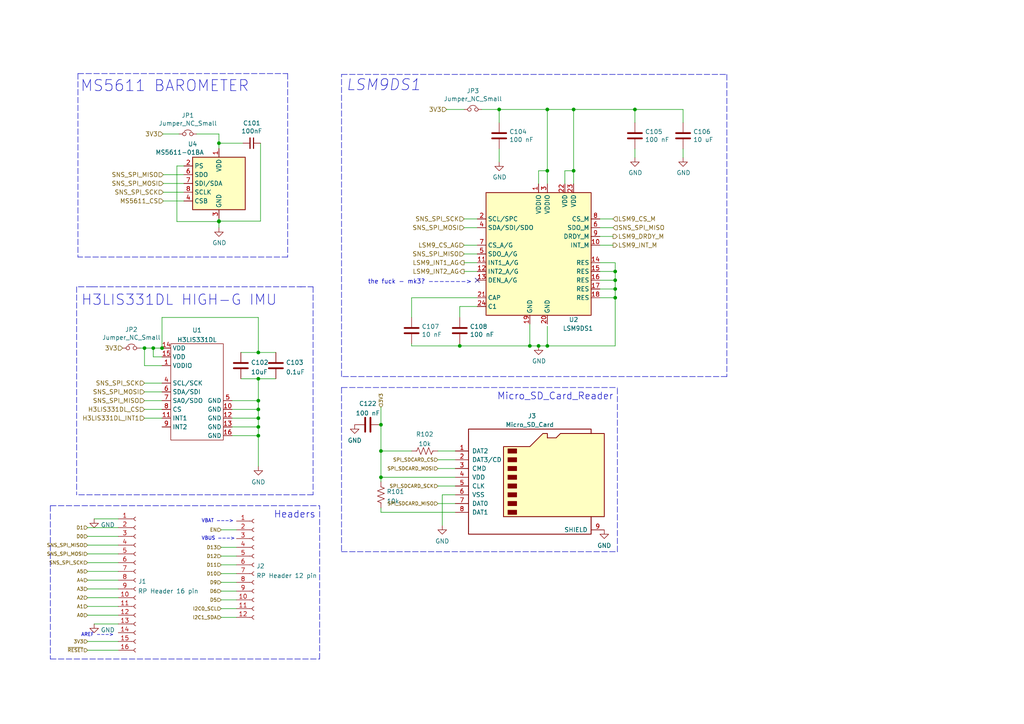
<source format=kicad_sch>
(kicad_sch (version 20211123) (generator eeschema)
  (paper "A4")
  (junction (at 424.18 16.51))
  (junction (at 144.78 31.75))
  (junction (at 74.93 121.285))
  (junction (at 110.49 130.81))
  (junction (at 110.49 138.43))
  (junction (at 419.1 16.51))
  (junction (at 153.67 100.33))
  (junction (at 478.79 66.675))
  (junction (at 589.28 41.275))
  (junction (at 490.22 47.625))
  (junction (at 433.07 64.135))
  (junction (at 480.06 59.055))
  (junction (at 351.79 38.1))
  (junction (at 571.5 18.415))
  (junction (at 166.37 31.75))
  (junction (at 457.2 60.96))
  (junction (at 469.9 59.055))
  (junction (at 485.14 108.585))
  (junction (at 110.49 123.19))
  (junction (at 589.28 31.115))
  (junction (at 459.74 47.625))
  (junction (at 372.11 21.59))
  (junction (at 156.21 100.33))
  (junction (at 74.93 102.235))
  (junction (at 500.38 47.625))
  (junction (at 184.15 31.75))
  (junction (at 480.06 47.625))
  (junction (at 74.93 118.745))
  (junction (at 178.435 81.28))
  (junction (at 133.35 100.33))
  (junction (at 407.67 175.26))
  (junction (at 74.93 126.365))
  (junction (at 457.2 52.705))
  (junction (at 453.39 64.135))
  (junction (at 158.75 100.33))
  (junction (at 433.705 196.85))
  (junction (at 158.75 49.53))
  (junction (at 457.2 64.135))
  (junction (at 372.11 18.415))
  (junction (at 457.2 47.625))
  (junction (at 351.79 43.815))
  (junction (at 424.18 57.785))
  (junction (at 41.91 100.965))
  (junction (at 469.9 47.625))
  (junction (at 178.435 78.74))
  (junction (at 63.5 41.529))
  (junction (at 178.435 86.36))
  (junction (at 433.705 175.26))
  (junction (at 429.26 146.685))
  (junction (at 44.45 100.965))
  (junction (at 349.25 111.125))
  (junction (at 424.18 67.945))
  (junction (at 509.905 47.625))
  (junction (at 619.76 18.415))
  (junction (at 459.74 26.035))
  (junction (at 158.75 31.75))
  (junction (at 490.22 59.055))
  (junction (at 63.5 64.262))
  (junction (at 412.115 32.385))
  (junction (at 74.93 109.855))
  (junction (at 424.18 38.1))
  (junction (at 500.38 59.055))
  (junction (at 518.795 59.055))
  (junction (at 74.93 116.205))
  (junction (at 509.905 59.055))
  (junction (at 166.37 49.53))
  (junction (at 46.99 100.965))
  (junction (at 63.5 64.135))
  (junction (at 178.435 83.82))
  (junction (at 74.93 123.825))
  (no_connect (at 138.43 81.28))
  (wire (pts (xy 156.21 49.53) (xy 156.21 53.34)))
  (polyline (pts (xy 83.439 74.549) (xy 22.606 74.549)))
  (wire (pts (xy 166.37 31.75) (xy 184.15 31.75)))
  (wire (pts (xy 384.81 33.655) (xy 398.78 33.655)))
  (wire (pts (xy 362.585 80.645) (xy 372.11 80.645)))
  (wire (pts (xy 457.2 24.13) (xy 457.2 26.035)))
  (wire (pts (xy 490.22 47.625) (xy 500.38 47.625)))
  (wire (pts (xy 518.795 55.245) (xy 518.795 59.055)))
  (wire (pts (xy 25.4 158.115) (xy 34.29 158.115)))
  (wire (pts (xy 499.11 21.59) (xy 499.11 29.21)))
  (wire (pts (xy 509.905 55.245) (xy 509.905 59.055)))
  (wire (pts (xy 500.38 59.055) (xy 509.905 59.055)))
  (wire (pts (xy 478.79 74.295) (xy 478.79 66.675)))
  (wire (pts (xy 53.34 48.133) (xy 51.308 48.133)))
  (wire (pts (xy 184.15 43.18) (xy 184.15 45.72)))
  (wire (pts (xy 372.11 76.835) (xy 349.25 76.835)))
  (wire (pts (xy 127 135.89) (xy 132.08 135.89)))
  (wire (pts (xy 74.93 116.205) (xy 74.93 118.745)))
  (wire (pts (xy 134.62 73.66) (xy 138.43 73.66)))
  (wire (pts (xy 41.91 121.285) (xy 46.99 121.285)))
  (wire (pts (xy 177.8 66.04) (xy 173.99 66.04)))
  (wire (pts (xy 509.905 47.625) (xy 518.795 47.625)))
  (wire (pts (xy 166.37 31.75) (xy 166.37 49.53)))
  (wire (pts (xy 474.98 108.585) (xy 485.14 108.585)))
  (wire (pts (xy 67.31 116.205) (xy 74.93 116.205)))
  (wire (pts (xy 67.31 118.745) (xy 74.93 118.745)))
  (wire (pts (xy 414.02 130.175) (xy 414.02 133.35)))
  (wire (pts (xy 53.34 55.753) (xy 47.371 55.753)))
  (wire (pts (xy 41.91 100.965) (xy 44.45 100.965)))
  (wire (pts (xy 424.18 57.785) (xy 424.18 67.945)))
  (polyline (pts (xy 14.605 191.135) (xy 92.71 191.135)))
  (wire (pts (xy 344.17 51.435) (xy 344.17 64.77)))
  (wire (pts (xy 363.22 118.745) (xy 372.11 118.745)))
  (wire (pts (xy 51.308 48.133) (xy 51.308 64.262)))
  (polyline (pts (xy 86.995 83.185) (xy 90.805 83.185)))
  (wire (pts (xy 128.27 143.51) (xy 132.08 143.51)))
  (wire (pts (xy 448.31 70.485) (xy 448.31 67.945)))
  (wire (pts (xy 53.34 53.213) (xy 47.371 53.213)))
  (wire (pts (xy 173.99 76.2) (xy 178.435 76.2)))
  (wire (pts (xy 474.98 74.295) (xy 478.79 74.295)))
  (wire (pts (xy 434.34 153.67) (xy 364.49 153.67)))
  (wire (pts (xy 178.435 78.74) (xy 178.435 81.28)))
  (wire (pts (xy 64.135 161.29) (xy 68.58 161.29)))
  (wire (pts (xy 41.91 106.045) (xy 41.91 100.965)))
  (wire (pts (xy 127 146.05) (xy 132.08 146.05)))
  (wire (pts (xy 419.1 16.51) (xy 412.115 16.51)))
  (wire (pts (xy 158.75 31.75) (xy 158.75 49.53)))
  (wire (pts (xy 110.49 138.43) (xy 110.49 130.81)))
  (polyline (pts (xy 90.805 143.51) (xy 22.225 143.51)))
  (wire (pts (xy 133.35 100.33) (xy 153.67 100.33)))
  (wire (pts (xy 426.085 175.26) (xy 433.705 175.26)))
  (wire (pts (xy 51.308 64.262) (xy 63.5 64.262)))
  (wire (pts (xy 384.81 31.115) (xy 408.94 31.115)))
  (wire (pts (xy 349.885 21.59) (xy 349.885 23.495)))
  (wire (pts (xy 429.26 130.175) (xy 429.26 146.685)))
  (wire (pts (xy 459.74 26.035) (xy 459.74 33.02)))
  (wire (pts (xy 364.49 153.67) (xy 364.49 57.785)))
  (wire (pts (xy 119.38 100.33) (xy 133.35 100.33)))
  (wire (pts (xy 127 140.97) (xy 132.08 140.97)))
  (wire (pts (xy 134.62 78.74) (xy 138.43 78.74)))
  (wire (pts (xy 173.99 81.28) (xy 178.435 81.28)))
  (wire (pts (xy 589.28 28.575) (xy 589.28 31.115)))
  (wire (pts (xy 64.135 153.67) (xy 68.58 153.67)))
  (polyline (pts (xy 26.67 83.185) (xy 87.503 83.185)))
  (wire (pts (xy 403.86 38.735) (xy 403.86 70.485)))
  (wire (pts (xy 393.7 62.865) (xy 393.7 70.485)))
  (wire (pts (xy 64.135 163.83) (xy 68.58 163.83)))
  (wire (pts (xy 364.49 57.785) (xy 424.18 57.785)))
  (wire (pts (xy 173.99 83.82) (xy 178.435 83.82)))
  (wire (pts (xy 25.4 178.435) (xy 34.29 178.435)))
  (wire (pts (xy 424.18 38.1) (xy 439.42 38.1)))
  (wire (pts (xy 173.99 78.74) (xy 178.435 78.74)))
  (wire (pts (xy 110.49 118.11) (xy 110.49 123.19)))
  (wire (pts (xy 144.78 31.75) (xy 158.75 31.75)))
  (wire (pts (xy 372.11 21.59) (xy 372.11 26.035)))
  (wire (pts (xy 424.18 67.945) (xy 424.18 70.485)))
  (wire (pts (xy 27.305 180.975) (xy 34.29 180.975)))
  (wire (pts (xy 438.15 53.975) (xy 438.15 59.055)))
  (wire (pts (xy 110.49 138.43) (xy 132.08 138.43)))
  (wire (pts (xy 362.585 92.075) (xy 372.11 92.075)))
  (wire (pts (xy 362.585 88.265) (xy 372.11 88.265)))
  (wire (pts (xy 51.943 38.862) (xy 47.244 38.862)))
  (wire (pts (xy 134.62 66.04) (xy 138.43 66.04)))
  (wire (pts (xy 424.18 67.945) (xy 448.31 67.945)))
  (wire (pts (xy 619.76 34.29) (xy 619.76 41.275)))
  (wire (pts (xy 25.4 163.195) (xy 34.29 163.195)))
  (wire (pts (xy 459.74 24.13) (xy 459.74 26.035)))
  (wire (pts (xy 41.91 106.045) (xy 46.99 106.045)))
  (wire (pts (xy 119.38 99.695) (xy 119.38 100.33)))
  (wire (pts (xy 424.18 16.51) (xy 424.18 38.1)))
  (wire (pts (xy 412.115 30.48) (xy 412.115 32.385)))
  (wire (pts (xy 433.705 169.545) (xy 433.705 175.26)))
  (polyline (pts (xy 14.605 146.685) (xy 92.71 146.685)))
  (wire (pts (xy 138.43 88.9) (xy 133.35 88.9)))
  (wire (pts (xy 457.2 52.705) (xy 457.2 60.96)))
  (wire (pts (xy 41.91 113.665) (xy 46.99 113.665)))
  (wire (pts (xy 110.49 148.59) (xy 110.49 147.32)))
  (wire (pts (xy 144.78 31.75) (xy 144.78 35.56)))
  (wire (pts (xy 74.93 121.285) (xy 74.93 123.825)))
  (wire (pts (xy 408.94 31.115) (xy 408.94 70.485)))
  (wire (pts (xy 362.585 126.365) (xy 372.11 126.365)))
  (wire (pts (xy 459.74 130.175) (xy 459.74 133.35)))
  (wire (pts (xy 372.11 21.59) (xy 349.885 21.59)))
  (wire (pts (xy 63.5 41.529) (xy 63.5 38.862)))
  (wire (pts (xy 581.66 20.955) (xy 577.85 20.955)))
  (wire (pts (xy 589.28 31.115) (xy 612.14 31.115)))
  (wire (pts (xy 619.76 18.415) (xy 622.3 18.415)))
  (wire (pts (xy 63.5 64.135) (xy 63.5 64.262)))
  (polyline (pts (xy 99.06 112.395) (xy 179.07 112.395)))
  (wire (pts (xy 69.85 102.235) (xy 74.93 102.235)))
  (wire (pts (xy 119.38 86.36) (xy 119.38 92.075)))
  (wire (pts (xy 178.435 86.36) (xy 178.435 100.33)))
  (wire (pts (xy 63.5 64.262) (xy 63.5 66.04)))
  (wire (pts (xy 44.45 103.505) (xy 44.45 100.965)))
  (polyline (pts (xy 179.07 160.02) (xy 179.07 112.395)))
  (polyline (pts (xy 99.06 21.59) (xy 210.82 21.59)))
  (wire (pts (xy 75.565 64.135) (xy 63.5 64.135)))
  (wire (pts (xy 53.34 58.293) (xy 47.371 58.293)))
  (wire (pts (xy 134.62 76.2) (xy 138.43 76.2)))
  (wire (pts (xy 457.2 60.96) (xy 457.2 64.135)))
  (wire (pts (xy 429.26 64.135) (xy 433.07 64.135)))
  (polyline (pts (xy 210.82 21.59) (xy 210.82 109.22)))
  (wire (pts (xy 153.67 93.98) (xy 153.67 100.33)))
  (wire (pts (xy 198.12 43.18) (xy 198.12 45.72)))
  (wire (pts (xy 198.12 31.75) (xy 198.12 35.56)))
  (polyline (pts (xy 26.67 83.185) (xy 22.225 83.185)))
  (wire (pts (xy 500.38 47.625) (xy 509.905 47.625)))
  (wire (pts (xy 363.22 114.935) (xy 372.11 114.935)))
  (wire (pts (xy 485.14 108.585) (xy 490.22 108.585)))
  (wire (pts (xy 63.5 43.053) (xy 63.5 41.529)))
  (wire (pts (xy 129.54 31.75) (xy 134.62 31.75)))
  (wire (pts (xy 74.93 92.075) (xy 74.93 102.235)))
  (wire (pts (xy 499.11 10.16) (xy 499.11 13.97)))
  (wire (pts (xy 41.91 116.205) (xy 46.99 116.205)))
  (wire (pts (xy 424.18 16.51) (xy 419.1 16.51)))
  (wire (pts (xy 41.91 111.125) (xy 46.99 111.125)))
  (wire (pts (xy 362.585 84.455) (xy 372.11 84.455)))
  (wire (pts (xy 178.435 76.2) (xy 178.435 78.74)))
  (wire (pts (xy 424.18 38.1) (xy 424.18 57.785)))
  (wire (pts (xy 134.62 63.5) (xy 138.43 63.5)))
  (wire (pts (xy 349.885 31.115) (xy 349.885 38.1)))
  (wire (pts (xy 127 133.35) (xy 132.08 133.35)))
  (wire (pts (xy 469.9 47.625) (xy 480.06 47.625)))
  (wire (pts (xy 25.4 155.575) (xy 34.29 155.575)))
  (wire (pts (xy 25.4 153.035) (xy 34.29 153.035)))
  (wire (pts (xy 184.15 31.75) (xy 198.12 31.75)))
  (wire (pts (xy 351.79 33.655) (xy 351.79 38.1)))
  (wire (pts (xy 419.1 41.275) (xy 419.1 70.485)))
  (wire (pts (xy 178.435 100.33) (xy 158.75 100.33)))
  (wire (pts (xy 158.75 49.53) (xy 156.21 49.53)))
  (wire (pts (xy 64.135 171.45) (xy 68.58 171.45)))
  (wire (pts (xy 127 130.81) (xy 132.08 130.81)))
  (wire (pts (xy 53.34 50.673) (xy 47.371 50.673)))
  (wire (pts (xy 346.075 111.125) (xy 346.075 146.685)))
  (polyline (pts (xy 22.606 21.336) (xy 83.439 21.336)))
  (wire (pts (xy 64.135 173.99) (xy 68.58 173.99)))
  (wire (pts (xy 351.79 43.815) (xy 351.79 62.865)))
  (wire (pts (xy 457.2 47.625) (xy 457.2 52.705)))
  (polyline (pts (xy 90.805 83.185) (xy 90.805 143.51)))
  (wire (pts (xy 64.135 179.07) (xy 68.58 179.07)))
  (wire (pts (xy 25.4 170.815) (xy 34.29 170.815)))
  (wire (pts (xy 429.26 150.495) (xy 485.14 150.495)))
  (wire (pts (xy 372.11 18.415) (xy 385.445 18.415)))
  (wire (pts (xy 429.26 70.485) (xy 429.26 64.135)))
  (wire (pts (xy 351.79 38.1) (xy 351.79 43.815)))
  (wire (pts (xy 63.5 38.862) (xy 57.023 38.862)))
  (wire (pts (xy 500.38 55.245) (xy 500.38 59.055)))
  (wire (pts (xy 158.75 49.53) (xy 158.75 53.34)))
  (wire (pts (xy 184.15 31.75) (xy 184.15 35.56)))
  (wire (pts (xy 433.705 196.85) (xy 433.705 201.295)))
  (wire (pts (xy 457.2 64.135) (xy 457.2 70.485)))
  (wire (pts (xy 453.39 64.135) (xy 457.2 64.135)))
  (wire (pts (xy 398.78 33.655) (xy 398.78 70.485)))
  (wire (pts (xy 67.31 121.285) (xy 74.93 121.285)))
  (wire (pts (xy 509.905 59.055) (xy 518.795 59.055)))
  (wire (pts (xy 74.93 109.855) (xy 74.93 116.205)))
  (wire (pts (xy 41.91 118.745) (xy 46.99 118.745)))
  (wire (pts (xy 384.81 41.275) (xy 419.1 41.275)))
  (wire (pts (xy 349.25 76.835) (xy 349.25 111.125)))
  (wire (pts (xy 166.37 49.53) (xy 163.83 49.53)))
  (polyline (pts (xy 83.439 21.336) (xy 83.439 74.549)))
  (wire (pts (xy 138.43 86.36) (xy 119.38 86.36)))
  (wire (pts (xy 128.27 152.4) (xy 128.27 143.51)))
  (wire (pts (xy 110.49 130.81) (xy 119.38 130.81)))
  (wire (pts (xy 27.305 150.495) (xy 34.29 150.495)))
  (wire (pts (xy 407.67 169.545) (xy 407.67 175.26)))
  (wire (pts (xy 67.31 123.825) (xy 74.93 123.825)))
  (wire (pts (xy 433.705 196.85) (xy 433.705 192.405)))
  (wire (pts (xy 63.5 63.373) (xy 63.5 64.135)))
  (wire (pts (xy 589.28 31.115) (xy 589.28 41.275)))
  (wire (pts (xy 74.93 109.855) (xy 80.01 109.855)))
  (wire (pts (xy 433.07 64.135) (xy 453.39 64.135)))
  (wire (pts (xy 385.445 18.415) (xy 385.445 20.955)))
  (polyline (pts (xy 99.06 109.22) (xy 99.06 21.59)))
  (wire (pts (xy 177.8 71.12) (xy 173.99 71.12)))
  (wire (pts (xy 448.31 52.705) (xy 457.2 52.705)))
  (wire (pts (xy 454.66 130.175) (xy 454.66 133.35)))
  (wire (pts (xy 490.22 59.055) (xy 500.38 59.055)))
  (wire (pts (xy 133.35 88.9) (xy 133.35 92.075)))
  (wire (pts (xy 474.98 112.395) (xy 478.155 112.395)))
  (wire (pts (xy 46.99 100.965) (xy 46.99 92.075)))
  (polyline (pts (xy 99.06 160.02) (xy 179.07 160.02)))
  (wire (pts (xy 46.99 92.075) (xy 74.93 92.075)))
  (wire (pts (xy 158.75 31.75) (xy 166.37 31.75)))
  (wire (pts (xy 346.075 146.685) (xy 429.26 146.685)))
  (wire (pts (xy 74.93 126.365) (xy 74.93 135.255)))
  (wire (pts (xy 359.41 38.735) (xy 359.41 65.405)))
  (wire (pts (xy 362.585 122.555) (xy 372.11 122.555)))
  (wire (pts (xy 429.26 146.685) (xy 429.26 150.495)))
  (wire (pts (xy 589.28 41.275) (xy 589.28 43.815)))
  (wire (pts (xy 438.15 66.675) (xy 438.15 70.485)))
  (wire (pts (xy 433.07 64.135) (xy 433.07 70.485)))
  (wire (pts (xy 490.22 66.675) (xy 478.79 66.675)))
  (wire (pts (xy 502.285 10.16) (xy 499.11 10.16)))
  (wire (pts (xy 424.18 130.175) (xy 424.18 137.795)))
  (wire (pts (xy 474.98 97.155) (xy 477.52 97.155)))
  (wire (pts (xy 457.2 47.625) (xy 459.74 47.625)))
  (wire (pts (xy 67.31 126.365) (xy 74.93 126.365)))
  (wire (pts (xy 178.435 83.82) (xy 178.435 86.36)))
  (wire (pts (xy 139.7 31.75) (xy 144.78 31.75)))
  (wire (pts (xy 608.965 20.955) (xy 612.14 20.955)))
  (wire (pts (xy 64.135 158.75) (xy 68.58 158.75)))
  (wire (pts (xy 362.585 103.505) (xy 372.11 103.505)))
  (wire (pts (xy 478.79 66.675) (xy 478.79 60.96)))
  (wire (pts (xy 69.85 109.855) (xy 74.93 109.855)))
  (wire (pts (xy 596.9 20.955) (xy 601.345 20.955)))
  (wire (pts (xy 64.135 166.37) (xy 68.58 166.37)))
  (wire (pts (xy 571.5 41.275) (xy 589.28 41.275)))
  (wire (pts (xy 407.67 175.26) (xy 407.67 184.785)))
  (wire (pts (xy 64.135 168.91) (xy 68.58 168.91)))
  (wire (pts (xy 419.1 16.51) (xy 419.1 24.765)))
  (wire (pts (xy 25.4 173.355) (xy 34.29 173.355)))
  (wire (pts (xy 480.06 59.055) (xy 490.22 59.055)))
  (wire (pts (xy 443.23 48.26) (xy 443.23 51.435)))
  (wire (pts (xy 433.705 175.26) (xy 433.705 184.785)))
  (wire (pts (xy 359.41 65.405) (xy 414.02 65.405)))
  (wire (pts (xy 469.9 55.245) (xy 469.9 59.055)))
  (wire (pts (xy 619.76 18.415) (xy 619.76 26.67)))
  (polyline (pts (xy 22.606 21.336) (xy 22.606 74.549)))
  (wire (pts (xy 459.74 55.245) (xy 459.74 59.055)))
  (wire (pts (xy 596.9 18.415) (xy 619.76 18.415)))
  (wire (pts (xy 346.075 111.125) (xy 349.25 111.125)))
  (wire (pts (xy 372.11 16.51) (xy 372.11 18.415)))
  (polyline (pts (xy 22.225 83.185) (xy 22.225 143.51)))
  (wire (pts (xy 567.055 18.415) (xy 571.5 18.415)))
  (wire (pts (xy 74.93 123.825) (xy 74.93 126.365)))
  (wire (pts (xy 434.34 130.175) (xy 434.34 153.67)))
  (wire (pts (xy 457.2 26.035) (xy 459.74 26.035)))
  (wire (pts (xy 581.66 18.415) (xy 571.5 18.415)))
  (wire (pts (xy 132.08 148.59) (xy 110.49 148.59)))
  (wire (pts (xy 372.11 18.415) (xy 372.11 21.59)))
  (wire (pts (xy 490.22 55.245) (xy 490.22 59.055)))
  (wire (pts (xy 144.78 43.18) (xy 144.78 46.99)))
  (wire (pts (xy 474.98 117.475) (xy 478.79 117.475)))
  (wire (pts (xy 110.49 130.81) (xy 110.49 123.19)))
  (wire (pts (xy 490.22 108.585) (xy 490.22 66.675)))
  (wire (pts (xy 178.435 81.28) (xy 178.435 83.82)))
  (wire (pts (xy 407.67 196.85) (xy 433.705 196.85)))
  (wire (pts (xy 163.83 49.53) (xy 163.83 53.34)))
  (wire (pts (xy 469.9 59.055) (xy 480.06 59.055)))
  (wire (pts (xy 619.76 41.275) (xy 589.28 41.275)))
  (wire (pts (xy 349.885 38.1) (xy 351.79 38.1)))
  (wire (pts (xy 40.64 100.965) (xy 41.91 100.965)))
  (wire (pts (xy 418.465 175.26) (xy 407.67 175.26)))
  (wire (pts (xy 412.115 32.385) (xy 419.1 32.385)))
  (wire (pts (xy 166.37 49.53) (xy 166.37 53.34)))
  (wire (pts (xy 25.4 186.055) (xy 34.29 186.055)))
  (wire (pts (xy 577.85 20.955) (xy 577.85 26.035)))
  (wire (pts (xy 480.06 55.245) (xy 480.06 59.055)))
  (wire (pts (xy 177.8 63.5) (xy 173.99 63.5)))
  (wire (pts (xy 158.75 100.33) (xy 156.21 100.33)))
  (wire (pts (xy 158.75 94.615) (xy 158.75 100.33)))
  (wire (pts (xy 359.41 33.655) (xy 351.79 33.655)))
  (wire (pts (xy 443.23 59.055) (xy 443.23 70.485)))
  (wire (pts (xy 110.49 138.43) (xy 110.49 139.7)))
  (wire (pts (xy 424.18 169.545) (xy 433.705 169.545)))
  (wire (pts (xy 612.14 20.955) (xy 612.14 31.115)))
  (wire (pts (xy 344.17 43.815) (xy 351.79 43.815)))
  (wire (pts (xy 485.14 150.495) (xy 485.14 108.585)))
  (wire (pts (xy 25.4 175.895) (xy 34.29 175.895)))
  (polyline (pts (xy 99.06 112.395) (xy 99.06 160.02)))
  (wire (pts (xy 412.115 16.51) (xy 412.115 22.86)))
  (wire (pts (xy 459.74 59.055) (xy 469.9 59.055)))
  (polyline (pts (xy 210.82 109.22) (xy 99.06 109.22)))
  (wire (pts (xy 25.4 168.275) (xy 34.29 168.275)))
  (wire (pts (xy 349.25 111.125) (xy 372.11 111.125)))
  (wire (pts (xy 407.67 192.405) (xy 407.67 196.85)))
  (wire (pts (xy 177.8 68.58) (xy 173.99 68.58)))
  (wire (pts (xy 474.98 126.365) (xy 479.425 126.365)))
  (polyline (pts (xy 14.605 146.685) (xy 14.605 191.135)))
  (wire (pts (xy 173.99 86.36) (xy 178.435 86.36)))
  (wire (pts (xy 153.67 100.33) (xy 156.21 100.33)))
  (wire (pts (xy 75.565 41.529) (xy 75.565 64.135)))
  (wire (pts (xy 64.135 176.53) (xy 68.58 176.53)))
  (wire (pts (xy 47.117 100.965) (xy 46.99 100.965)))
  (wire (pts (xy 419.1 169.545) (xy 407.67 169.545)))
  (wire (pts (xy 25.4 188.595) (xy 34.29 188.595)))
  (wire (pts (xy 70.485 41.529) (xy 63.5 41.529)))
  (wire (pts (xy 361.95 95.885) (xy 372.11 95.885)))
  (wire (pts (xy 74.93 118.745) (xy 74.93 121.285)))
  (wire (pts (xy 480.06 47.625) (xy 490.22 47.625)))
  (wire (pts (xy 351.79 62.865) (xy 393.7 62.865)))
  (wire (pts (xy 74.93 102.235) (xy 80.01 102.235)))
  (wire (pts (xy 25.4 165.735) (xy 34.29 165.735)))
  (wire (pts (xy 419.1 130.175) (xy 419.1 169.545)))
  (wire (pts (xy 478.79 60.96) (xy 457.2 60.96)))
  (polyline (pts (xy 92.71 191.135) (xy 92.71 146.685)))
  (wire (pts (xy 453.39 64.135) (xy 453.39 70.485)))
  (wire (pts (xy 414.02 65.405) (xy 414.02 70.485)))
  (wire (pts (xy 134.62 71.12) (xy 138.43 71.12)))
  (wire (pts (xy 133.35 99.695) (xy 133.35 100.33)))
  (wire (pts (xy 46.99 100.965) (xy 44.45 100.965)))
  (wire (pts (xy 424.18 145.415) (xy 424.18 169.545)))
  (wire (pts (xy 384.81 38.735) (xy 403.86 38.735)))
  (wire (pts (xy 46.99 103.505) (xy 44.45 103.505)))
  (wire (pts (xy 25.4 160.655) (xy 34.29 160.655)))
  (wire (pts (xy 459.74 47.625) (xy 469.9 47.625)))
  (wire (pts (xy 571.5 18.415) (xy 571.5 33.655)))
  (text "Headers" (at 79.375 150.495 0) (effects (font (size 2 2)) (justify left bottom)))
  (text "H3LIS331DL HIGH-G IMU" (at 23.495 88.9 0) (effects (font (size 3 3)) (justify left bottom)))
  (text "LSM9DS1\n" (at 100.33 26.67 0) (effects (font (size 3.2004 3.2004) italic) (justify left bottom)))
  (text "AREF --->" (at 23.495 184.785 0) (effects (font (size 1 1)) (justify left bottom)))
  (text "Micro_SD_Card_Reader" (at 144.145 116.205 0) (effects (font (size 2 2)) (justify left bottom)))
  (text "VBUS --->" (at 58.42 156.845 0) (effects (font (size 1 1)) (justify left bottom)))
  (text "VBAT --->" (at 58.42 151.765 0) (effects (font (size 1 1)) (justify left bottom)))
  (text "MS5611 BAROMETER" (at 23.241 26.924 0) (effects (font (size 3.2004 3.2004)) (justify left bottom)))
  (text "the fuck - mk3? ------->\n" (at 106.68 82.55 0) (effects (font (size 1.27 1.27)) (justify left bottom)))
  (global_label "VBAT" (shape input) (at 567.055 18.415 180) (property "Intersheet References" "${INTERSHEET_REFS}" (effects hide)))
  (global_label "VBUS" (shape input) (at 467.36 8.89 0) (property "Intersheet References" "${INTERSHEET_REFS}" (effects hide)))
  (global_label "VBAT" (shape input) (at 502.285 10.16 0) (property "Intersheet References" "${INTERSHEET_REFS}" (effects hide)))
  (hierarchical_label "SNS_SPI_MISO" (shape input) (at 177.8 66.04 0))
  (hierarchical_label "SNS_SPI_MOSI" (shape input) (at 25.4 160.655 180) (effects (font (size 1 1))))
  (hierarchical_label "USB_D+" (shape input) (at 438.15 53.975 180))
  (hierarchical_label "D1" (shape input) (at 25.4 153.035 180) (effects (font (size 1 1))))
  (hierarchical_label "3V3" (shape input) (at 372.11 17.145 0))
  (hierarchical_label "LSM9_CS_M" (shape input) (at 177.8 63.5 0))
  (hierarchical_label "USB_D-" (shape input) (at 467.36 16.51 0))
  (hierarchical_label "3V3" (shape input) (at 129.54 31.75 180))
  (hierarchical_label "SPI_SDCARD_SCK" (shape input) (at 127 140.97 180) (effects (font (size 1 1))))
  (hierarchical_label "D6" (shape input) (at 64.135 171.45 180) (effects (font (size 1 1))))
  (hierarchical_label "I2C0_SCL" (shape input) (at 454.66 133.35 270) (effects (font (size 1 1))))
  (hierarchical_label "EN" (shape input) (at 64.135 153.67 180) (effects (font (size 1 1))))
  (hierarchical_label "D13" (shape input) (at 64.135 158.75 180) (effects (font (size 1 1))))
  (hierarchical_label "LSM9_CS_AG" (shape input) (at 134.62 71.12 180))
  (hierarchical_label "3V3" (shape input) (at 25.4 186.055 180) (effects (font (size 1 1))))
  (hierarchical_label "A1" (shape input) (at 25.4 175.895 180) (effects (font (size 1 1))))
  (hierarchical_label "LSM9_INT1_AG" (shape output) (at 134.62 76.2 180))
  (hierarchical_label "SNS_SPI_SCK" (shape input) (at 41.91 111.125 180))
  (hierarchical_label "SNS_SPI_MOSI" (shape input) (at 478.79 117.475 0) (effects (font (size 1 1))))
  (hierarchical_label "SNS_SPI_MISO" (shape input) (at 25.4 158.115 180) (effects (font (size 1 1))))
  (hierarchical_label "D10" (shape input) (at 64.135 166.37 180) (effects (font (size 1 1))))
  (hierarchical_label "SNS_SPI_SCK" (shape input) (at 459.74 133.35 270) (effects (font (size 1 1))))
  (hierarchical_label "H3LIS331DL_INT1" (shape input) (at 41.91 121.285 180))
  (hierarchical_label "D0" (shape input) (at 25.4 155.575 180) (effects (font (size 1 1))))
  (hierarchical_label "D12" (shape input) (at 64.135 161.29 180) (effects (font (size 1 1))))
  (hierarchical_label "A3" (shape input) (at 25.4 170.815 180) (effects (font (size 1 1))))
  (hierarchical_label "D11" (shape input) (at 64.135 163.83 180) (effects (font (size 1 1))))
  (hierarchical_label "USB_D-" (shape input) (at 443.23 48.26 0))
  (hierarchical_label "LSM9_INT_M" (shape output) (at 177.8 71.12 0))
  (hierarchical_label "H3LIS331DL_CS" (shape input) (at 41.91 118.745 180))
  (hierarchical_label "SNS_SPI_MISO" (shape input) (at 47.371 50.673 180))
  (hierarchical_label "3V3" (shape input) (at 35.56 100.965 180))
  (hierarchical_label "SNS_SPI_MISO" (shape input) (at 134.62 73.66 180))
  (hierarchical_label "SNS_SPI_MISO" (shape input) (at 479.425 126.365 0) (effects (font (size 1 1))))
  (hierarchical_label "SNS_SPI_MISO" (shape input) (at 41.91 116.205 180))
  (hierarchical_label "SNS_SPI_MOSI" (shape input) (at 134.62 66.04 180))
  (hierarchical_label "MS5611_CS" (shape input) (at 47.371 58.293 180))
  (hierarchical_label "I2C0_SCL" (shape input) (at 64.135 176.53 180) (effects (font (size 1 1))))
  (hierarchical_label "D9" (shape input) (at 64.135 168.91 180) (effects (font (size 1 1))))
  (hierarchical_label "SPI_SDCARD_CS" (shape input) (at 127 133.35 180) (effects (font (size 1 1))))
  (hierarchical_label "H3LIS331DL_CS" (shape input) (at 478.155 112.395 0) (effects (font (size 1 1))))
  (hierarchical_label "LSM9_CS_M" (shape input) (at 361.95 95.885 180) (effects (font (size 1 1))))
  (hierarchical_label "SNS_SPI_SCK" (shape input) (at 134.62 63.5 180))
  (hierarchical_label "SWDIO" (shape input) (at 444.5 130.175 270))
  (hierarchical_label "MS5611_CS" (shape input) (at 477.52 97.155 0) (effects (font (size 1 1))))
  (hierarchical_label "A4" (shape input) (at 25.4 168.275 180) (effects (font (size 1 1))))
  (hierarchical_label "D5" (shape input) (at 64.135 173.99 180) (effects (font (size 1 1))))
  (hierarchical_label "SNS_SPI_SCK" (shape input) (at 25.4 163.195 180) (effects (font (size 1 1))))
  (hierarchical_label "SNS_SPI_MOSI" (shape input) (at 47.371 53.213 180))
  (hierarchical_label "3V3" (shape input) (at 110.49 118.11 90) (effects (font (size 1 1))))
  (hierarchical_label "SPI_SDCARD_CS" (shape input) (at 363.22 118.745 180) (effects (font (size 1 1))))
  (hierarchical_label "I2C1_SDA" (shape input) (at 64.135 179.07 180) (effects (font (size 1 1))))
  (hierarchical_label "A0" (shape input) (at 25.4 178.435 180) (effects (font (size 1 1))))
  (hierarchical_label "SNS_SPI_SCK" (shape input) (at 47.371 55.753 180))
  (hierarchical_label "SPI_SDCARD_MOSI" (shape input) (at 362.585 126.365 180) (effects (font (size 1 1))))
  (hierarchical_label "SPI_SDCARD_MISO" (shape input) (at 127 146.05 180) (effects (font (size 1 1))))
  (hierarchical_label "~{RESET}" (shape input) (at 25.4 188.595 180) (effects (font (size 1 1))))
  (hierarchical_label "USB_D+" (shape input) (at 467.36 13.97 0))
  (hierarchical_label "A2" (shape input) (at 25.4 173.355 180) (effects (font (size 1 1))))
  (hierarchical_label "SWCLK" (shape input) (at 439.42 130.175 270))
  (hierarchical_label "3V3" (shape input) (at 47.244 38.862 180))
  (hierarchical_label "LSM9_INT2_AG" (shape output) (at 134.62 78.74 180))
  (hierarchical_label "SPI_SDCARD_MOSI" (shape input) (at 127 135.89 180) (effects (font (size 1 1))))
  (hierarchical_label "SPI_SDCARD_SCK" (shape input) (at 362.585 122.555 180) (effects (font (size 1 1))))
  (hierarchical_label "A5" (shape input) (at 25.4 165.735 180) (effects (font (size 1 1))))
  (hierarchical_label "SNS_SPI_MOSI" (shape input) (at 41.91 113.665 180))
  (hierarchical_label "SPI_SDCARD_MISO" (shape input) (at 363.22 114.935 180) (effects (font (size 1 1))))
  (hierarchical_label "LSM9_DRDY_M" (shape output) (at 177.8 68.58 0))
  (hierarchical_label "I2C1_SDA" (shape input) (at 393.7 130.175 270) (effects (font (size 1 1))))
  (symbol (lib_id "power:+3V3") (at 622.3 18.415 270) (unit 1)
    (property "Reference" "#PWR0130" (effects hide))
    (property "Value" "+3V3" (at 625.475 18.894 90) (effects (justify left)))
  )
  (symbol (lib_id "power:GND") (at 198.12 45.72 0) (unit 1)
    (property "Reference" "#PWR0122" (effects hide))
    (property "Value" "GND" (at 198.247 50.1142 0))
  )
  (symbol (lib_id "D24V50F5:C") (at 500.38 51.435 0) (unit 1)
    (property "Reference" "C117" (at 503.301 50.5265 0) (effects (justify left)))
    (property "Value" "100n" (at 503.301 53.3016 0) (effects (justify left)))
    (property "Footprint" "Capacitor_SMD:C_0402_1005Metric" (effects hide))
  )
  (symbol (lib_id "Connector:USB_B_Micro") (at 459.74 13.97 0) (unit 1)
    (property "Reference" "J4" (at 459.74 2.6502 0))
    (property "Value" "USB_B_Micro" (at 459.74 5.1871 0))
    (property "Footprint" "Connector_USB:USB_Micro-B_Amphenol_10104110_Horizontal" (effects hide))
  )
  (symbol (lib_id "D24V50F5:C") (at 419.1 28.575 0) (unit 1)
    (property "Reference" "C110" (at 420.37 24.13 0) (effects (justify left)))
    (property "Value" "100n" (at 419.735 26.67 0) (effects (justify left)))
    (property "Footprint" "Capacitor_SMD:C_0402_1005Metric" (effects hide))
  )
  (symbol (lib_id "Sensor_Pressure:MS5611-01BA") (at 63.5 53.213 0) (unit 1)
    (property "Reference" "U4" (at 54.483 41.783 0) (effects (justify left)))
    (property "Value" "MS5611-01BA" (at 45.085 44.196 0) (effects (justify left)))
    (property "Footprint" "Package_LGA:LGA-8_3x5mm_P1.25mm" (effects hide))
    (property "Datasheet" "https://www.te.com/commerce/DocumentDelivery/DDEController?Action=srchrtrv&DocNm=MS5611-01BA03&DocType=Data+Sheet&DocLang=English" (effects hide))
  )
  (symbol (lib_id "power:GND") (at 144.78 46.99 0) (unit 1)
    (property "Reference" "#PWR0123" (effects hide))
    (property "Value" "GND" (at 144.907 51.3842 0))
  )
  (symbol (lib_id "power:GND") (at 74.93 135.255 0) (unit 1)
    (property "Reference" "#PWR0113" (effects hide))
    (property "Value" "GND" (at 74.93 139.8175 0))
  )
  (symbol (lib_id "power:GND") (at 412.115 32.385 0) (unit 1)
    (property "Reference" "#PWR0110" (effects hide))
    (property "Value" "GND" (at 412.115 37.465 0))
  )
  (symbol (lib_id "D24V50F5:R") (at 424.18 141.605 0) (unit 1)
    (property "Reference" "R5" (at 426.72 140.3349 0) (effects (justify left)))
    (property "Value" "1k" (at 426.72 142.8749 0) (effects (justify left)))
    (property "Footprint" "Capacitor_SMD:C_0402_1005Metric" (effects hide))
  )
  (symbol (lib_id "power:GND") (at 128.27 152.4 0) (unit 1)
    (property "Reference" "#PWR0120" (effects hide))
    (property "Value" "GND" (at 128.27 156.9625 0))
  )
  (symbol (lib_id "Device:C_Small") (at 73.025 41.529 270) (unit 1)
    (property "Reference" "C101" (at 73.025 35.7124 90))
    (property "Value" "100nF" (at 73.025 38.0238 90))
    (property "Footprint" "Capacitor_SMD:C_0805_2012Metric" (effects hide))
  )
  (symbol (lib_id "D24V50F5:R_US") (at 123.19 130.81 90) (unit 1)
    (property "Reference" "R102" (at 123.19 125.9545 90))
    (property "Value" "10k" (at 123.19 128.7296 90))
    (property "Footprint" "Resistor_SMD:R_0805_2012Metric" (effects hide))
  )
  (symbol (lib_id "D24V50F5:C") (at 106.68 123.19 90) (unit 1)
    (property "Reference" "C122" (at 106.68 117.0645 90))
    (property "Value" "100 nF" (at 106.68 119.8396 90))
    (property "Footprint" "Capacitor_SMD:C_0805_2012Metric" (effects hide))
  )
  (symbol (lib_id "Device:C") (at 184.15 39.37 0) (unit 1)
    (property "Reference" "C105" (at 187.071 38.2016 0) (effects (justify left)))
    (property "Value" "100 nF" (at 187.071 40.513 0) (effects (justify left)))
    (property "Footprint" "Capacitor_SMD:C_0805_2012Metric" (effects hide))
  )
  (symbol (lib_id "D24V50F5:C") (at 518.795 51.435 0) (unit 1)
    (property "Reference" "C119" (at 521.716 50.5265 0) (effects (justify left)))
    (property "Value" "100n" (at 521.716 53.3016 0) (effects (justify left)))
    (property "Footprint" "Capacitor_SMD:C_0402_1005Metric" (effects hide))
  )
  (symbol (lib_id "Device:C") (at 198.12 39.37 0) (unit 1)
    (property "Reference" "C106" (at 201.041 38.2016 0) (effects (justify left)))
    (property "Value" "10 uF" (at 201.041 40.513 0) (effects (justify left)))
    (property "Footprint" "Capacitor_SMD:C_0805_2012Metric" (effects hide))
  )
  (symbol (lib_id "power:GND") (at 589.28 43.815 0) (unit 1)
    (property "Reference" "#PWR0129" (effects hide))
    (property "Value" "GND" (at 589.28 48.3775 0))
  )
  (symbol (lib_id "power:GND") (at 439.42 45.72 0) (unit 1)
    (property "Reference" "#PWR0111" (effects hide))
    (property "Value" "GND" (at 439.42 50.165 0))
  )
  (symbol (lib_id "power:GND") (at 433.705 201.295 0) (unit 1)
    (property "Reference" "#PWR0106" (effects hide))
    (property "Value" "GND" (at 433.705 205.74 0))
  )
  (symbol (lib_id "power:GND") (at 459.74 33.02 0) (unit 1)
    (property "Reference" "#PWR0128" (effects hide))
    (property "Value" "GND" (at 459.74 37.4634 0))
  )
  (symbol (lib_id "power:GND") (at 184.15 45.72 0) (unit 1)
    (property "Reference" "#PWR0121" (effects hide))
    (property "Value" "GND" (at 184.277 50.1142 0))
  )
  (symbol (lib_id "D24V50F5:C") (at 490.22 51.435 0) (unit 1)
    (property "Reference" "C116" (at 493.141 50.5265 0) (effects (justify left)))
    (property "Value" "100n" (at 493.141 53.3016 0) (effects (justify left)))
    (property "Footprint" "Resistor_SMD:R_0402_1005Metric" (effects hide))
  )
  (symbol (lib_id "D24V50F5:C") (at 509.905 51.435 0) (unit 1)
    (property "Reference" "C118" (at 512.318 49.53 0) (effects (justify left)))
    (property "Value" "100n" (at 512.064 51.562 0) (effects (justify left)))
    (property "Footprint" "Capacitor_SMD:C_0402_1005Metric" (effects hide))
  )
  (symbol (lib_id "power:GND") (at 449.58 145.415 0) (unit 1)
    (property "Reference" "#PWR0108" (effects hide))
    (property "Value" "GND" (at 449.58 149.86 0))
  )
  (symbol (lib_id "power:+3V3") (at 372.11 16.51 0) (unit 1)
    (property "Reference" "#PWR0103" (effects hide))
    (property "Value" "+3V3" (at 372.11 12.7 0))
  )
  (symbol (lib_id "D24V50F5:C") (at 480.06 51.435 0) (unit 1)
    (property "Reference" "C115" (at 482.981 50.5265 0) (effects (justify left)))
    (property "Value" "100n" (at 482.981 53.3016 0) (effects (justify left)))
    (property "Footprint" "Capacitor_SMD:C_0402_1005Metric" (effects hide))
  )
  (symbol (lib_id "Device:Jumper_NC_Small") (at 54.483 38.862 0) (unit 1)
    (property "Reference" "JP1" (at 54.483 33.4772 0))
    (property "Value" "Jumper_NC_Small" (at 54.483 35.7886 0))
    (property "Footprint" "Jumper:SolderJumper-2_P1.3mm_Bridged_RoundedPad1.0x1.5mm" (effects hide))
  )
  (symbol (lib_id "Connector:Micro_SD_Card") (at 154.94 138.43 0) (unit 1)
    (property "Reference" "J3" (at 154.305 120.65 0))
    (property "Value" "Micro_SD_Card" (at 153.67 123.19 0))
    (property "Footprint" "Connector_Card:microSD_HC_Hirose_DM3AT-SF-PEJM5" (effects hide))
    (property "Datasheet" "http://katalog.we-online.de/em/datasheet/693072010801.pdf" (effects hide))
  )
  (symbol (lib_id "D24V50F5:C") (at 459.74 51.435 0) (unit 1)
    (property "Reference" "C113" (at 462.661 50.5265 0) (effects (justify left)))
    (property "Value" "100n" (at 462.661 53.3016 0) (effects (justify left)))
    (property "Footprint" "Capacitor_SMD:C_0402_1005Metric" (effects hide))
  )
  (symbol (lib_id "Device:Jumper_NC_Small") (at 137.16 31.75 0) (unit 1)
    (property "Reference" "JP3" (at 137.16 26.3652 0))
    (property "Value" "Jumper_NC_Small" (at 137.16 28.6766 0))
    (property "Footprint" "Jumper:SolderJumper-2_P1.3mm_Bridged_RoundedPad1.0x1.5mm" (effects hide))
  )
  (symbol (lib_id "D24V50F5:C") (at 439.42 41.91 0) (unit 1)
    (property "Reference" "C111" (at 442.341 41.0015 0) (effects (justify left)))
    (property "Value" "1u" (at 442.341 43.7766 0) (effects (justify left)))
    (property "Footprint" "Capacitor_SMD:C_0402_1005Metric" (effects hide))
  )
  (symbol (lib_id "power:GND") (at 372.11 46.355 0) (unit 1)
    (property "Reference" "#PWR0104" (effects hide))
    (property "Value" "GND" (at 372.11 50.8 0))
  )
  (symbol (lib_id "Sensor_Motion:LSM9DS1") (at 156.21 73.66 0) (unit 1)
    (property "Reference" "U2" (at 166.37 92.71 0))
    (property "Value" "LSM9DS1" (at 167.64 95.25 0))
    (property "Footprint" "Package_LGA:LGA-24L_3x3.5mm_P0.43mm" (effects hide))
    (property "Datasheet" "http://www.st.com/content/ccc/resource/technical/document/datasheet/1e/3f/2a/d6/25/eb/48/46/DM00103319.pdf/files/DM00103319.pdf/jcr:content/translations/en.DM00103319.pdf" (effects hide))
  )
  (symbol (lib_id "D24V50F5:R") (at 349.885 27.305 0) (unit 1)
    (property "Reference" "R2" (at 351.79 26.0349 0) (effects (justify left)))
    (property "Value" "DNF" (at 351.79 28.5749 0) (effects (justify left)))
    (property "Footprint" "Resistor_SMD:R_0402_1005Metric" (effects hide))
  )
  (symbol (lib_id "power:GND") (at 448.31 60.325 0) (unit 1)
    (property "Reference" "#PWR0112" (effects hide))
    (property "Value" "GND" (at 448.31 65.405 0))
  )
  (symbol (lib_id "D24V50F5:R") (at 438.15 62.865 0) (unit 1)
    (property "Reference" "R_302" (at 440.69 61.5949 0) (effects (justify left)))
    (property "Value" "27.4" (at 440.69 64.1349 0) (effects (justify left)))
    (property "Footprint" "Resistor_SMD:R_0402_1005Metric" (effects hide))
  )
  (symbol (lib_id "D24V50F5:C") (at 433.705 188.595 0) (unit 1)
    (property "Reference" "C120" (at 436.88 187.3249 0) (effects (justify left)))
    (property "Value" "LOAD_C" (at 436.88 189.8649 0) (effects (justify left)))
    (property "Footprint" "Capacitor_SMD:C_0402_1005Metric" (effects hide))
  )
  (symbol (lib_id "power:GND") (at 156.21 100.33 0) (unit 1)
    (property "Reference" "#PWR0117" (effects hide))
    (property "Value" "GND" (at 156.337 104.7242 0))
  )
  (symbol (lib_id "power:GND") (at 518.795 59.055 0) (unit 1)
    (property "Reference" "#PWR0101" (effects hide))
    (property "Value" "GND" (at 518.795 63.5 0))
  )
  (symbol (lib_id "D24V50F5:C") (at 385.445 24.765 0) (unit 1)
    (property "Reference" "C5" (at 388.62 23.4949 0) (effects (justify left)))
    (property "Value" "100n" (at 388.62 26.0349 0) (effects (justify left)))
    (property "Footprint" "Capacitor_SMD:C_0402_1005Metric" (effects hide))
  )
  (symbol (lib_id "power:+1V1") (at 424.18 16.51 0) (unit 1)
    (property "Reference" "#PWR0105" (effects hide))
    (property "Value" "+1V1" (at 424.18 12.7 0))
  )
  (symbol (lib_id "Device:C") (at 144.78 39.37 0) (unit 1)
    (property "Reference" "C104" (at 147.701 38.2016 0) (effects (justify left)))
    (property "Value" "100 nF" (at 147.701 40.513 0) (effects (justify left)))
    (property "Footprint" "Capacitor_SMD:C_0805_2012Metric" (effects hide))
  )
  (symbol (lib_id "Device:Jumper_NC_Small") (at 38.1 100.965 0) (unit 1)
    (property "Reference" "JP2" (at 38.1 95.5802 0))
    (property "Value" "Jumper_NC_Small" (at 38.1 97.8916 0))
    (property "Footprint" "Jumper:SolderJumper-2_P1.3mm_Bridged_RoundedPad1.0x1.5mm" (effects hide))
  )
  (symbol (lib_id "power:GND") (at 102.87 123.19 0) (unit 1)
    (property "Reference" "#PWR0119" (effects hide))
    (property "Value" "GND" (at 102.87 127.7525 0))
  )
  (symbol (lib_id "D24V50F5:R") (at 443.23 55.245 0) (unit 1)
    (property "Reference" "R1" (at 445.135 53.34 0) (effects (justify left)))
    (property "Value" "27.4" (at 444.5 51.435 0) (effects (justify left)))
    (property "Footprint" "Resistor_SMD:R_0402_1005Metric" (effects hide))
  )
  (symbol (lib_id "power:GND") (at 422.275 170.18 180) (unit 1)
    (property "Reference" "#PWR0125" (effects hide))
    (property "Value" "GND" (at 422.275 165.1 0))
  )
  (symbol (lib_id "power:GND") (at 422.275 180.34 0) (unit 1)
    (property "Reference" "#PWR0126" (effects hide))
    (property "Value" "GND" (at 422.275 185.42 0))
  )
  (symbol (lib_id "Connector:Conn_01x12_Female") (at 73.66 163.83 0) (unit 1)
    (property "Reference" "J2" (at 74.3712 164.1915 0) (effects (justify left)))
    (property "Value" "RP Header 12 pin" (at 74.3712 166.9666 0) (effects (justify left)))
    (property "Footprint" "Connector_PinHeader_2.54mm:PinHeader_1x12_P2.54mm_Vertical" (effects hide))
  )
  (symbol (lib_id "power:GND") (at 175.26 153.67 0) (unit 1)
    (property "Reference" "#PWR0118" (effects hide))
    (property "Value" "GND" (at 175.26 158.2325 0))
  )
  (symbol (lib_id "D24V50F5:C") (at 407.67 188.595 0) (unit 1)
    (property "Reference" "C121" (at 411.48 187.3249 0) (effects (justify left)))
    (property "Value" "LOAD_C" (at 411.48 189.8649 0) (effects (justify left)))
    (property "Footprint" "Capacitor_SMD:C_0402_1005Metric" (effects hide))
  )
  (symbol (lib_id "Memory_Flash:W25Q128JVS") (at 372.11 36.195 0) (unit 1)
    (property "Reference" "U_301" (at 374.1294 24.13 0) (effects (justify left)))
    (property "Value" "W25Q128JVS" (at 374.1294 26.67 0) (effects (justify left)))
    (property "Footprint" "Package_SO:SOIC-8_5.23x5.23mm_P1.27mm" (effects hide))
    (property "Datasheet" "http://www.winbond.com/resource-files/w25q128jv_dtr%20revc%2003272018%20plus.pdf" (effects hide))
  )
  (symbol (lib_id "power:GND") (at 499.11 29.21 0) (unit 1)
    (property "Reference" "#PWR0127" (effects hide))
    (property "Value" "GND" (at 499.11 33.6534 0))
  )
  (symbol (lib_id "D24V50F5:C") (at 448.31 56.515 0) (unit 1)
    (property "Reference" "C112" (at 451.231 55.6065 0) (effects (justify left)))
    (property "Value" "1u" (at 451.231 58.3816 0) (effects (justify left)))
    (property "Footprint" "Capacitor_SMD:C_0402_1005Metric" (effects hide))
  )
  (symbol (lib_id "power:GND") (at 414.02 133.35 0) (unit 1)
    (property "Reference" "#PWR0107" (effects hide))
    (property "Value" "GND" (at 414.02 138.43 0))
  )
  (symbol (lib_id "D24V50F5:C") (at 619.76 30.48 0) (unit 1)
    (property "Reference" "C124" (at 622.681 29.5715 0) (effects (justify left)))
    (property "Value" "1uF" (at 622.681 32.3466 0) (effects (justify left)))
    (property "Footprint" "Capacitor_SMD:C_0805_2012Metric" (effects hide))
  )
  (symbol (lib_id "H3LIS331DL:H3LIS331DL") (at 57.15 114.935 0) (unit 1)
    (property "Reference" "U1" (at 57.15 95.7793 0))
    (property "Value" "H3LIS331DL" (at 57.15 98.5544 0))
    (property "Footprint" "Package_LGA:LGA-16_3x3mm_P0.5mm_LayoutBorder3x5y" (effects hide))
  )
  (symbol (lib_id "Device:C") (at 119.38 95.885 0) (unit 1)
    (property "Reference" "C107" (at 122.301 94.7166 0) (effects (justify left)))
    (property "Value" "10 nF" (at 122.301 97.028 0) (effects (justify left)))
    (property "Footprint" "Capacitor_SMD:C_0805_2012Metric" (effects hide))
  )
  (symbol (lib_id "D24V50F5:C") (at 605.155 20.955 270) (unit 1)
    (property "Reference" "C125" (at 605.155 24.13 90))
    (property "Value" "10nF" (at 605.155 26.035 90))
    (property "Footprint" "Capacitor_SMD:C_0805_2012Metric" (effects hide))
  )
  (symbol (lib_id "D24V50F5:C") (at 571.5 37.465 0) (unit 1)
    (property "Reference" "C123" (at 574.421 36.5565 0) (effects (justify left)))
    (property "Value" "1uF" (at 574.421 39.3316 0) (effects (justify left)))
    (property "Footprint" "Capacitor_SMD:C_0805_2012Metric" (effects hide))
  )
  (symbol (lib_id "D24V50F5:Jumper") (at 344.17 72.39 90) (unit 1)
    (property "Reference" "JP_301" (at 346.71 71.1199 90) (effects (justify right)))
    (property "Value" "Jumper" (at 346.71 73.6599 90) (effects (justify right)))
    (property "Footprint" "Jumper:SolderJumper-2_P1.3mm_Open_RoundedPad1.0x1.5mm" (effects hide))
  )
  (symbol (lib_id "Device:C") (at 69.85 106.045 0) (unit 1)
    (property "Reference" "C102" (at 72.771 105.1365 0) (effects (justify left)))
    (property "Value" "10uF" (at 72.771 107.9116 0) (effects (justify left)))
    (property "Footprint" "Capacitor_SMD:C_0805_2012Metric" (effects hide))
  )
  (symbol (lib_id "power:GND") (at 27.305 180.975 0) (unit 1)
    (property "Reference" "#PWR0116" (effects hide))
    (property "Value" "GND" (at 29.21 182.724 0) (effects (justify left)))
  )
  (symbol (lib_id "power:GND") (at 27.305 150.495 0) (unit 1)
    (property "Reference" "#PWR0115" (effects hide))
    (property "Value" "GND" (at 29.21 152.244 0) (effects (justify left)))
  )
  (symbol (lib_id "power:GND") (at 344.17 80.01 0) (unit 1)
    (property "Reference" "#PWR0124" (effects hide))
    (property "Value" "GND" (at 344.17 85.09 0))
  )
  (symbol (lib_id "D24V50F5:R") (at 344.17 47.625 180) (unit 1)
    (property "Reference" "R3" (at 346.71 46.3549 0) (effects (justify right)))
    (property "Value" "R" (at 346.71 48.8949 0) (effects (justify right)))
    (property "Footprint" "Resistor_SMD:R_0402_1005Metric" (effects hide))
  )
  (symbol (lib_id "D24V50F5:Jumper") (at 449.58 137.795 90) (unit 1)
    (property "Reference" "JP4" (at 452.12 136.5249 90) (effects (justify right)))
    (property "Value" "Jumper" (at 452.12 139.0649 90) (effects (justify right)))
    (property "Footprint" "Jumper:SolderJumper-2_P1.3mm_Open_Pad1.0x1.5mm" (effects hide))
  )
  (symbol (lib_id "RP2040:RP2040_chip") (at 393.7 135.255 0) (unit 1)
    (property "Reference" "U3" (at 481.8629 68.3217 0))
    (property "Value" "RP2040_chip" (at 481.8629 71.0968 0))
    (property "Footprint" "Package_DFN_QFN:QFN-56-1EP_7x7mm_P0.4mm_EP5.6x5.6mm" (effects hide))
  )
  (symbol (lib_id "D24V50F5:R_US") (at 110.49 143.51 0) (unit 1)
    (property "Reference" "R101" (at 112.141 142.6015 0) (effects (justify left)))
    (property "Value" "10k" (at 112.141 145.3766 0) (effects (justify left)))
    (property "Footprint" "Resistor_SMD:R_0805_2012Metric" (effects hide))
  )
  (symbol (lib_id "power:GND") (at 63.5 66.04 0) (unit 1)
    (property "Reference" "#PWR0114" (effects hide))
    (property "Value" "GND" (at 63.627 70.4342 0))
  )
  (symbol (lib_id "Device:C") (at 80.01 106.045 0) (unit 1)
    (property "Reference" "C103" (at 82.931 105.1365 0) (effects (justify left)))
    (property "Value" "0.1uF" (at 82.931 107.9116 0) (effects (justify left)))
    (property "Footprint" "Capacitor_SMD:C_0805_2012Metric" (effects hide))
  )
  (symbol (lib_id "Regulator_Linear:LD3985M33R_SOT23") (at 589.28 20.955 0) (unit 1)
    (property "Reference" "U5" (at 589.915 10.795 0))
    (property "Value" "LD3985M33R_SOT23" (at 589.915 13.335 0))
    (property "Footprint" "Package_TO_SOT_SMD:SOT-23-5" (effects hide))
    (property "Datasheet" "http://www.st.com/internet/com/TECHNICAL_RESOURCES/TECHNICAL_LITERATURE/DATASHEET/CD00003395.pdf" (effects hide))
  )
  (symbol (lib_id "power:+3V3") (at 457.2 47.625 0) (unit 1)
    (property "Reference" "#PWR0109" (effects hide))
    (property "Value" "+3V3" (at 457.2 41.91 0))
  )
  (symbol (lib_id "D24V50F5:Battery_Cell") (at 499.11 19.05 0) (unit 1)
    (property "Reference" "BT1" (at 502.031 16.1833 0) (effects (justify left)))
    (property "Value" "LiPo" (at 502.031 18.7202 0) (effects (justify left)))
    (property "Footprint" "Connector_JST:JST_PH_B2B-PH-K_1x02_P2.00mm_Vertical" (effects hide))
  )
  (symbol (lib_id "D24V50F5:C") (at 469.9 51.435 0) (unit 1)
    (property "Reference" "C114" (at 472.821 50.5265 0) (effects (justify left)))
    (property "Value" "100n" (at 472.821 53.3016 0) (effects (justify left)))
    (property "Footprint" "Resistor_SMD:R_0402_1005Metric" (effects hide))
  )
  (symbol (lib_id "power:GND") (at 385.445 28.575 90) (unit 1)
    (property "Reference" "#PWR0102" (effects hide))
    (property "Value" "GND" (at 388.62 28.5749 90) (effects (justify right)))
  )
  (symbol (lib_id "D24V50F5:C") (at 412.115 26.67 0) (unit 1)
    (property "Reference" "C109" (at 405.765 24.13 0) (effects (justify left)))
    (property "Value" "100n" (at 405.13 26.67 0) (effects (justify left)))
    (property "Footprint" "Capacitor_SMD:C_0402_1005Metric" (effects hide))
  )
  (symbol (lib_id "power:GND") (at 388.62 130.175 0) (unit 1)
    (property "Reference" "#PWR0131" (effects hide))
    (property "Value" "GND" (at 388.62 134.62 0))
  )
  (symbol (lib_id "D24V50F5:Crystal_GND24") (at 422.275 175.26 0) (unit 1)
    (property "Reference" "Y1" (at 433.07 171.6786 0))
    (property "Value" "Crystal_GND24" (at 433.07 174.2186 0))
    (property "Footprint" "Crystal:Crystal_SMD_3225-4Pin_3.2x2.5mm" (effects hide))
  )
  (symbol (lib_id "Device:C") (at 133.35 95.885 0) (unit 1)
    (property "Reference" "C108" (at 136.271 94.7166 0) (effects (justify left)))
    (property "Value" "100 nF" (at 136.271 97.028 0) (effects (justify left)))
    (property "Footprint" "Capacitor_SMD:C_0805_2012Metric" (effects hide))
  )
  (symbol (lib_id "Connector:Conn_01x16_Female") (at 39.37 168.275 0) (unit 1)
    (property "Reference" "J1" (at 40.0812 168.6365 0) (effects (justify left)))
    (property "Value" "RP Header 16 pin" (at 40.005 171.45 0) (effects (justify left)))
    (property "Footprint" "Connector_PinHeader_2.54mm:PinHeader_1x16_P2.54mm_Vertical" (effects hide))
  )
)
</source>
